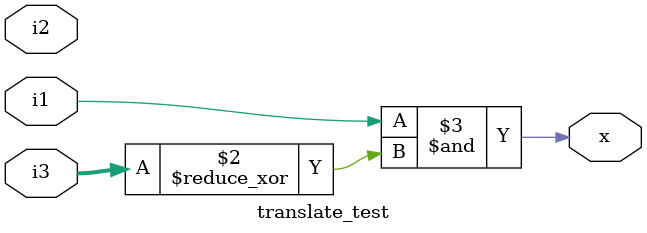
<source format=v>
module translate_test(
  input i1,
  input [1:0] i2,i3,
  output x);
  // tmrg translate off
  assign x=|i1 & ^i3;
  // tmrg translate on
endmodule


</source>
